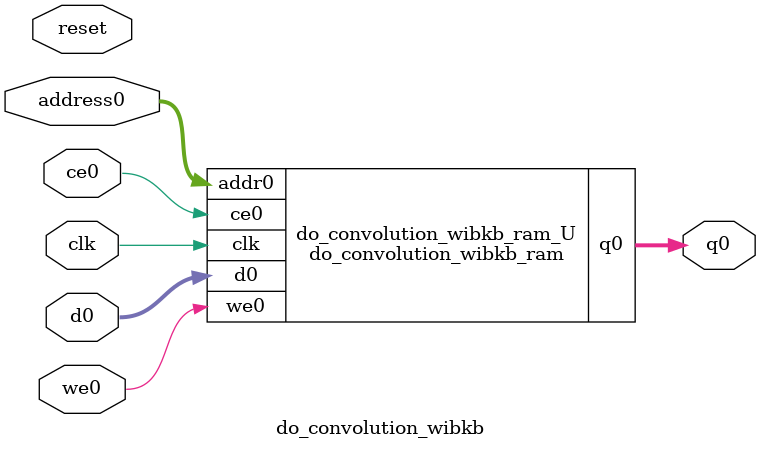
<source format=v>

`timescale 1 ns / 1 ps
module do_convolution_wibkb_ram (addr0, ce0, d0, we0, q0,  clk);

parameter DWIDTH = 32;
parameter AWIDTH = 4;
parameter MEM_SIZE = 9;

input[AWIDTH-1:0] addr0;
input ce0;
input[DWIDTH-1:0] d0;
input we0;
output reg[DWIDTH-1:0] q0;
input clk;

(* ram_style = "distributed" *)reg [DWIDTH-1:0] ram[0:MEM_SIZE-1];




always @(posedge clk)  
begin 
    if (ce0) 
    begin
        if (we0) 
        begin 
            ram[addr0] <= d0; 
            q0 <= d0;
        end 
        else 
            q0 <= ram[addr0];
    end
end


endmodule


`timescale 1 ns / 1 ps
module do_convolution_wibkb(
    reset,
    clk,
    address0,
    ce0,
    we0,
    d0,
    q0);

parameter DataWidth = 32'd32;
parameter AddressRange = 32'd9;
parameter AddressWidth = 32'd4;
input reset;
input clk;
input[AddressWidth - 1:0] address0;
input ce0;
input we0;
input[DataWidth - 1:0] d0;
output[DataWidth - 1:0] q0;



do_convolution_wibkb_ram do_convolution_wibkb_ram_U(
    .clk( clk ),
    .addr0( address0 ),
    .ce0( ce0 ),
    .d0( d0 ),
    .we0( we0 ),
    .q0( q0 ));

endmodule


</source>
